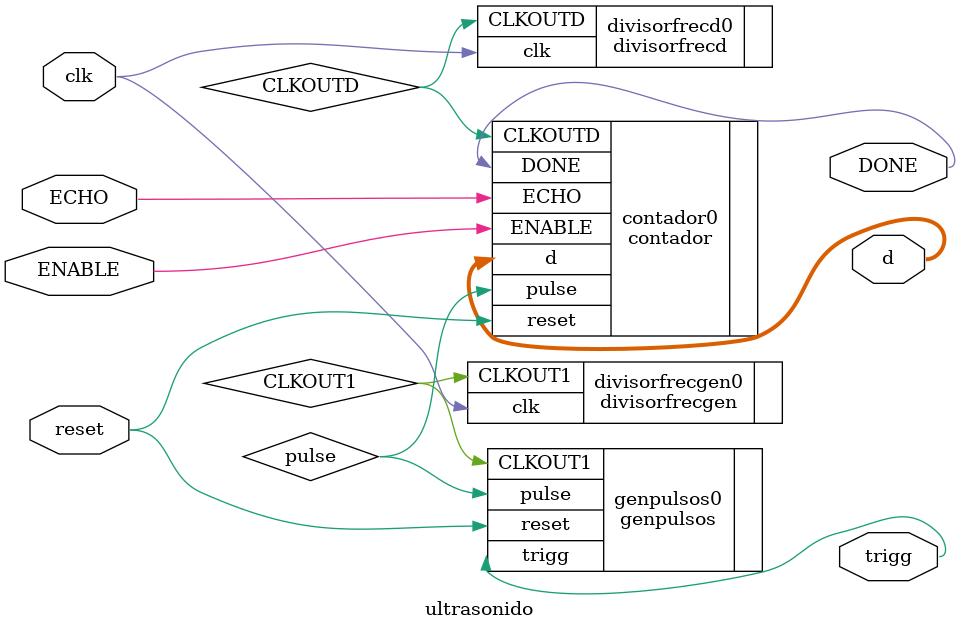
<source format=v>

module ultrasonido (

				output [7:0]d, //S
				output trigg,  
				output DONE,  //S
				input ENABLE, //S
				input ECHO,  
				input	clk,
				input reset   //S
				
			 );


divisorfrecgen	divisorfrecgen0(.clk(clk),.CLKOUT1(CLKOUT1));// 100 MHz to 100 kHz

divisorfrecd divisorfrecd0(.clk(clk),.CLKOUTD(CLKOUTD));// 100 MHz to (34.2/2) kHz

genpulsos genpulsos0(.pulse(pulse),.CLKOUT1(CLKOUT1),.reset(reset),.trigg(trigg)); // Genera pulso de 10us

contador	contador0 (.d(d),.pulse(pulse),.DONE(DONE),.ECHO(ECHO),.ENABLE(ENABLE),.CLKOUTD(CLKOUTD),.reset(reset));
	                                                         //Entrega la distancia, la orden del pulso y el done

endmodule

</source>
